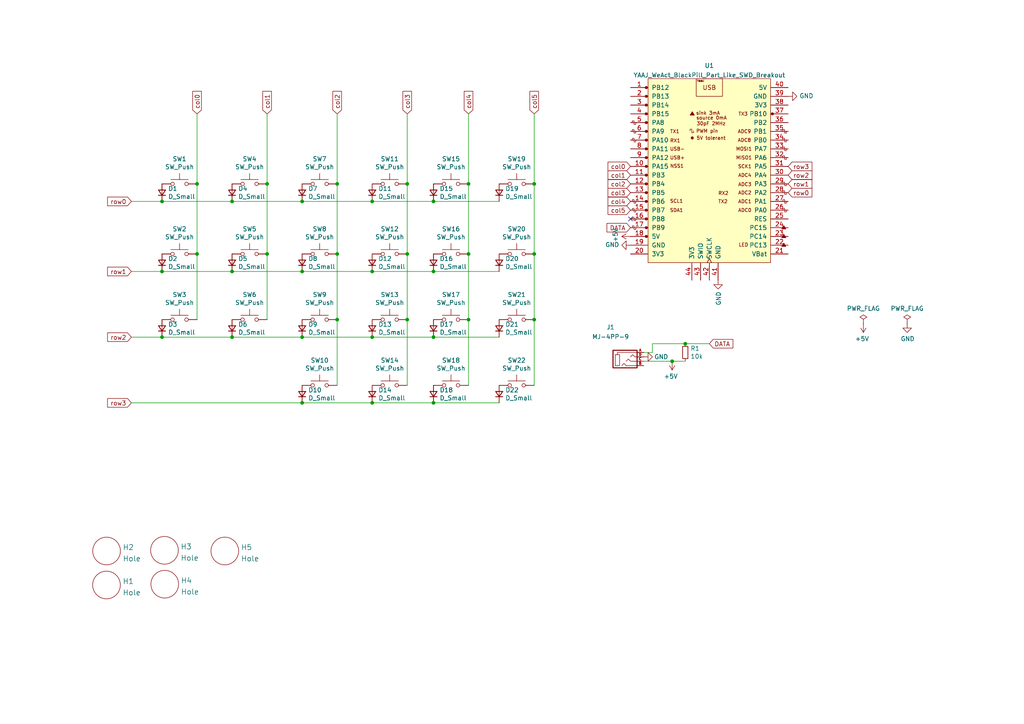
<source format=kicad_sch>
(kicad_sch (version 20210621) (generator eeschema)
  (paper "A4")
  (lib_symbols
    (symbol "Device:D_Small" (pin_numbers hide) (pin_names (offset 0.254) hide)
      (property "Reference" "D" (at -1.27 2.032 0))
      (property "Value" "Device_D_Small" (at -3.81 -2.032 0))
      (symbol "D_Small_0_1"
        (polyline (pts (xy -0.762 -1.016) (xy -0.762 1.016)) (stroke (width 0.254)))
        (polyline (pts (xy -0.762 0) (xy 0.762 0)))
        (polyline (pts (xy 0.762 -1.016) (xy -0.762 0) (xy 0.762 1.016) (xy 0.762 -1.016)) (stroke (width 0.254)))
      )
      (symbol "D_Small_1_1"
        (pin passive line (at -2.54 0 0) (length 1.778) (name "K") (number "1"))
        (pin passive line (at 2.54 0 180) (length 1.778) (name "A") (number "2"))
      )
    )
    (symbol "Device:R_Small" (pin_numbers hide) (pin_names (offset 0.254) hide)
      (property "Reference" "R" (at 0.762 0.508 0))
      (property "Value" "Device_R_Small" (at 0.762 -1.016 0))
      (symbol "R_Small_0_1"
        (rectangle (start -0.762 1.778) (end 0.762 -1.778) (stroke (width 0.2032)))
      )
      (symbol "R_Small_1_1"
        (pin passive line (at 0 2.54 270) (length 0.762) (name "~") (number "1"))
        (pin passive line (at 0 -2.54 90) (length 0.762) (name "~") (number "2"))
      )
    )
    (symbol "Switch:SW_Push" (pin_numbers hide) (pin_names (offset 1.016) hide)
      (property "Reference" "SW" (at 1.27 2.54 0))
      (property "Value" "Switch_SW_Push" (at 0 -1.524 0))
      (symbol "SW_Push_0_1"
        (circle (center -2.032 0) (radius 0.508))
        (polyline (pts (xy 0 1.27) (xy 0 3.048)))
        (polyline (pts (xy 2.54 1.27) (xy -2.54 1.27)))
        (circle (center 2.032 0) (radius 0.508))
        (pin passive line (at -5.08 0 0) (length 2.54) (name "1") (number "1"))
        (pin passive line (at 5.08 0 180) (length 2.54) (name "2") (number "2"))
      )
    )
    (symbol "YAAJ_WeAct_BlackPill_Part_Like_SWD_Breakout:YAAJ_WeAct_BlackPill_Part_Like_SWD_Breakout" (pin_names (offset 1.016))
      (property "Reference" "U" (at -17.526 27.94 0))
      (property "Value" "YAAJ_WeAct_BlackPill_Part_Like_SWD_Breakout" (at 9.144 27.94 0))
      (symbol "YAAJ_WeAct_BlackPill_Part_Like_SWD_Breakout_0_0"
        (circle (center -18.288 -20.32) (radius 0.3556) (fill (type outline)))
        (circle (center -18.288 -17.78) (radius 0.3556) (fill (type outline)))
        (circle (center -18.288 -15.24) (radius 0.3556) (fill (type outline)))
        (circle (center -18.288 -12.7) (radius 0.3556) (fill (type outline)))
        (circle (center -18.288 -10.16) (radius 0.3556) (fill (type outline)))
        (circle (center -18.288 -7.62) (radius 0.3556) (fill (type outline)))
        (circle (center -18.288 -5.08) (radius 0.3556) (fill (type outline)))
        (circle (center -18.288 -2.54) (radius 0.3556) (fill (type outline)))
        (circle (center -18.288 0) (radius 0.3556) (fill (type outline)))
        (circle (center -18.288 2.54) (radius 0.3556) (fill (type outline)))
        (circle (center -18.288 5.08) (radius 0.3556) (fill (type outline)))
        (circle (center -18.288 7.62) (radius 0.3556) (fill (type outline)))
        (circle (center -18.288 10.16) (radius 0.3556) (fill (type outline)))
        (circle (center -18.288 12.7) (radius 0.3556) (fill (type outline)))
        (circle (center -18.288 15.24) (radius 0.3556) (fill (type outline)))
        (circle (center -18.288 17.78) (radius 0.3556) (fill (type outline)))
        (circle (center -18.288 22.86) (radius 0.3556) (fill (type outline)))
        (circle (center -4.953 8.255) (radius 0.127) (fill (type outline)))
        (circle (center -4.953 8.255) (radius 0.254))
        (circle (center -4.953 8.255) (radius 0.3556))
        (polyline (pts (xy -5.588 14.859) (xy -4.953 15.875) (xy -4.318 14.859) (xy -5.588 14.859) (xy -4.953 15.748) (xy -4.445 14.859) (xy -5.461 14.986) (xy -4.953 15.621) (xy -4.572 14.859) (xy -5.334 15.113) (xy -4.826 15.494) (xy -4.699 14.859) (xy -5.207 15.24) (xy -4.699 15.367) (xy -4.826 14.986) (xy -5.08 15.24) (xy -4.826 15.113) (xy -4.953 15.367)))
        (polyline (pts (xy 20.955 -23.241) (xy 21.59 -22.225) (xy 22.225 -23.241) (xy 20.955 -23.241) (xy 21.59 -22.352) (xy 22.098 -23.241) (xy 21.082 -23.114) (xy 21.59 -22.479) (xy 21.971 -23.241) (xy 21.209 -22.987) (xy 21.717 -22.606) (xy 21.844 -23.241) (xy 21.336 -22.86) (xy 21.844 -22.733) (xy 21.717 -23.114) (xy 21.463 -22.86) (xy 21.717 -22.987) (xy 21.59 -22.733)))
        (polyline (pts (xy 20.955 -20.701) (xy 21.59 -19.685) (xy 22.225 -20.701) (xy 20.955 -20.701) (xy 21.59 -19.812) (xy 22.098 -20.701) (xy 21.082 -20.574) (xy 21.59 -19.939) (xy 21.971 -20.701) (xy 21.209 -20.447) (xy 21.717 -20.066) (xy 21.844 -20.701) (xy 21.336 -20.32) (xy 21.844 -20.193) (xy 21.717 -20.574) (xy 21.463 -20.32) (xy 21.717 -20.447) (xy 21.59 -20.193)))
        (polyline (pts (xy 20.955 -18.161) (xy 21.59 -17.145) (xy 22.225 -18.161) (xy 20.955 -18.161) (xy 21.59 -17.272) (xy 22.098 -18.161) (xy 21.082 -18.034) (xy 21.59 -17.399) (xy 21.971 -18.161) (xy 21.209 -17.907) (xy 21.717 -17.526) (xy 21.844 -18.161) (xy 21.336 -17.78) (xy 21.844 -17.653) (xy 21.717 -18.034) (xy 21.463 -17.78) (xy 21.717 -17.907) (xy 21.59 -17.653)))
        (circle (center 18.288 15.24) (radius 0.254) (fill (type outline)))
        (circle (center 18.288 15.24) (radius 0.3556))
        (text "30pF 2MHz" (at 0.508 12.446 0) (effects (font (size 0.9906 0.9906))))
        (text "5V tolerant" (at 0.508 8.255 0) (effects (font (size 0.9906 0.9906))))
        (text "ADC0" (at 10.287 -12.7 0) (effects (font (size 0.9906 0.9906))))
        (text "ADC1" (at 10.287 -10.16 0) (effects (font (size 0.9906 0.9906))))
        (text "ADC2" (at 10.287 -7.62 0) (effects (font (size 0.9906 0.9906))))
        (text "ADC3" (at 10.287 -5.207 0) (effects (font (size 0.9906 0.9906))))
        (text "ADC4" (at 10.287 -2.54 0) (effects (font (size 0.9906 0.9906))))
        (text "ADC8" (at 10.16 7.62 0) (effects (font (size 0.9906 0.9906))))
        (text "ADC9" (at 10.16 10.16 0) (effects (font (size 0.9906 0.9906))))
        (text "LED" (at 9.906 -22.733 0) (effects (font (size 0.9906 0.9906))))
        (text "MISO1" (at 10.033 2.54 0) (effects (font (size 0.9906 0.9906))))
        (text "MOSI1" (at 10.033 5.08 0) (effects (font (size 0.9906 0.9906))))
        (text "NSS1" (at -9.398 0.127 0) (effects (font (size 0.9906 0.9906))))
        (text "PWM pin" (at -0.635 10.287 0) (effects (font (size 0.9906 0.9906))))
        (text "RX1" (at -9.906 7.493 0) (effects (font (size 0.9906 0.9906))))
        (text "RX2" (at 4.064 -7.747 0) (effects (font (size 0.9906 0.9906))))
        (text "SCK1" (at 10.287 0 0) (effects (font (size 0.9906 0.9906))))
        (text "SCL1" (at -9.525 -10.033 0) (effects (font (size 0.9906 0.9906))))
        (text "SDA1" (at -9.525 -12.7 0) (effects (font (size 0.9906 0.9906))))
        (text "sink 3mA" (at -0.381 15.494 0) (effects (font (size 0.9906 0.9906))))
        (text "source 0mA" (at 0.635 14.097 0) (effects (font (size 0.9906 0.9906))))
        (text "TX1" (at -10.033 10.16 0) (effects (font (size 0.9906 0.9906))))
        (text "TX2" (at 3.937 -10.16 0) (effects (font (size 0.9906 0.9906))))
        (text "TX3" (at 9.779 15.24 0) (effects (font (size 0.9906 0.9906))))
        (text "USB" (at 0 22.86 0) (effects (font (size 1.27 1.27))))
        (text "USB+" (at -9.271 2.54 0) (effects (font (size 0.9906 0.9906))))
        (text "USB-" (at -9.271 5.08 0) (effects (font (size 0.9906 0.9906))))
        (text "Y@@J" (at -2.5654 24.8412 0) (effects (font (size 0.508 0.508))))
      )
      (symbol "YAAJ_WeAct_BlackPill_Part_Like_SWD_Breakout_0_1"
        (rectangle (start -17.78 25.4) (end 17.78 -27.94) (fill (type background)))
        (polyline (pts (xy -21.336 -17.78) (xy -21.336 -18.288) (xy -21.844 -18.288) (xy -21.844 -17.272) (xy -22.352 -17.272) (xy -22.352 -17.78)))
        (polyline (pts (xy -21.336 -15.24) (xy -21.336 -15.748) (xy -21.844 -15.748) (xy -21.844 -14.732) (xy -22.352 -14.732) (xy -22.352 -15.24)))
        (polyline (pts (xy -21.336 -12.7) (xy -21.336 -13.208) (xy -21.844 -13.208) (xy -21.844 -12.192) (xy -22.352 -12.192) (xy -22.352 -12.7)))
        (polyline (pts (xy -21.336 -10.16) (xy -21.336 -10.668) (xy -21.844 -10.668) (xy -21.844 -9.652) (xy -22.352 -9.652) (xy -22.352 -10.16)))
        (polyline (pts (xy -21.336 7.62) (xy -21.336 7.112) (xy -21.844 7.112) (xy -21.844 8.128) (xy -22.352 8.128) (xy -22.352 7.62)))
        (polyline (pts (xy -21.336 10.16) (xy -21.336 9.652) (xy -21.844 9.652) (xy -21.844 10.668) (xy -22.352 10.668) (xy -22.352 10.16)))
        (polyline (pts (xy -21.336 12.7) (xy -21.336 12.192) (xy -21.844 12.192) (xy -21.844 13.208) (xy -22.352 13.208) (xy -22.352 12.7)))
        (polyline (pts (xy -4.572 10.287) (xy -4.572 9.779) (xy -5.08 9.779) (xy -5.08 10.795) (xy -5.588 10.795) (xy -5.588 10.287)))
        (polyline (pts (xy 22.352 -12.7) (xy 22.352 -13.208) (xy 21.844 -13.208) (xy 21.844 -12.192) (xy 21.336 -12.192) (xy 21.336 -12.7)))
        (polyline (pts (xy 22.352 -10.16) (xy 22.352 -10.668) (xy 21.844 -10.668) (xy 21.844 -9.652) (xy 21.336 -9.652) (xy 21.336 -10.16)))
        (polyline (pts (xy 22.352 -7.62) (xy 22.352 -8.128) (xy 21.844 -8.128) (xy 21.844 -7.112) (xy 21.336 -7.112) (xy 21.336 -7.62)))
        (polyline (pts (xy 22.352 -5.08) (xy 22.352 -5.588) (xy 21.844 -5.588) (xy 21.844 -4.572) (xy 21.336 -4.572) (xy 21.336 -5.08)))
        (polyline (pts (xy 22.352 2.54) (xy 22.352 2.032) (xy 21.844 2.032) (xy 21.844 3.048) (xy 21.336 3.048) (xy 21.336 2.54)))
        (polyline (pts (xy 22.352 5.08) (xy 22.352 4.572) (xy 21.844 4.572) (xy 21.844 5.588) (xy 21.336 5.588) (xy 21.336 5.08)))
        (polyline (pts (xy 22.352 7.62) (xy 22.352 7.112) (xy 21.844 7.112) (xy 21.844 8.128) (xy 21.336 8.128) (xy 21.336 7.62)))
        (polyline (pts (xy 22.352 10.16) (xy 22.352 9.652) (xy 21.844 9.652) (xy 21.844 10.668) (xy 21.336 10.668) (xy 21.336 10.16)))
        (rectangle (start 3.81 25.4) (end -3.81 20.32))
      )
      (symbol "YAAJ_WeAct_BlackPill_Part_Like_SWD_Breakout_1_1"
        (circle (center -18.288 20.32) (radius 0.3556) (fill (type outline)))
        (pin bidirectional line (at -22.86 22.86 0) (length 5.08) (name "PB12") (number "1"))
        (pin bidirectional line (at -22.86 0 0) (length 5.08) (name "PA15") (number "10"))
        (pin bidirectional line (at -22.86 -2.54 0) (length 5.08) (name "PB3") (number "11"))
        (pin bidirectional line (at -22.86 -5.08 0) (length 5.08) (name "PB4") (number "12"))
        (pin bidirectional line (at -22.86 -7.62 0) (length 5.08) (name "PB5") (number "13"))
        (pin bidirectional line (at -22.86 -10.16 0) (length 5.08) (name "PB6") (number "14"))
        (pin bidirectional line (at -22.86 -12.7 0) (length 5.08) (name "PB7") (number "15"))
        (pin bidirectional line (at -22.86 -15.24 0) (length 5.08) (name "PB8") (number "16"))
        (pin bidirectional line (at -22.86 -17.78 0) (length 5.08) (name "PB9") (number "17"))
        (pin power_in line (at -22.86 -20.32 0) (length 5.08) (name "5V") (number "18"))
        (pin power_in line (at -22.86 -22.86 0) (length 5.08) (name "GND") (number "19"))
        (pin bidirectional line (at -22.86 20.32 0) (length 5.08) (name "PB13") (number "2"))
        (pin power_in line (at -22.86 -25.4 0) (length 5.08) (name "3V3") (number "20"))
        (pin power_in line (at 22.86 -25.4 180) (length 5.08) (name "VBat") (number "21"))
        (pin bidirectional line (at 22.86 -22.86 180) (length 5.08) (name "PC13") (number "22"))
        (pin bidirectional line (at 22.86 -20.32 180) (length 5.08) (name "PC14") (number "23"))
        (pin bidirectional line (at 22.86 -17.78 180) (length 5.08) (name "PC15") (number "24"))
        (pin input line (at 22.86 -15.24 180) (length 5.08) (name "RES") (number "25"))
        (pin bidirectional line (at 22.86 -12.7 180) (length 5.08) (name "PA0") (number "26"))
        (pin bidirectional line (at 22.86 -10.16 180) (length 5.08) (name "PA1") (number "27"))
        (pin bidirectional line (at 22.86 -7.62 180) (length 5.08) (name "PA2") (number "28"))
        (pin bidirectional line (at 22.86 -5.08 180) (length 5.08) (name "PA3") (number "29"))
        (pin bidirectional line (at -22.86 17.78 0) (length 5.08) (name "PB14") (number "3"))
        (pin bidirectional line (at 22.86 -2.54 180) (length 5.08) (name "PA4") (number "30"))
        (pin bidirectional line (at 22.86 0 180) (length 5.08) (name "PA5") (number "31"))
        (pin bidirectional line (at 22.86 2.54 180) (length 5.08) (name "PA6") (number "32"))
        (pin bidirectional line (at 22.86 5.08 180) (length 5.08) (name "PA7") (number "33"))
        (pin bidirectional line (at 22.86 7.62 180) (length 5.08) (name "PB0") (number "34"))
        (pin bidirectional line (at 22.86 10.16 180) (length 5.08) (name "PB1") (number "35"))
        (pin bidirectional line (at 22.86 12.7 180) (length 5.08) (name "PB2") (number "36"))
        (pin bidirectional line (at 22.86 15.24 180) (length 5.08) (name "PB10") (number "37"))
        (pin power_in line (at 22.86 17.78 180) (length 5.08) (name "3V3") (number "38"))
        (pin power_in line (at 22.86 20.32 180) (length 5.08) (name "GND") (number "39"))
        (pin bidirectional line (at -22.86 15.24 0) (length 5.08) (name "PB15") (number "4"))
        (pin power_in line (at 22.86 22.86 180) (length 5.08) (name "5V") (number "40"))
        (pin power_in line (at 2.54 -33.02 90) (length 5.08) (name "GND") (number "41"))
        (pin bidirectional clock (at 0 -33.02 90) (length 5.08) (name "SWCLK") (number "42"))
        (pin bidirectional line (at -2.54 -33.02 90) (length 5.08) (name "SWIO") (number "43"))
        (pin power_in line (at -5.08 -33.02 90) (length 5.08) (name "3V3") (number "44"))
        (pin bidirectional line (at -22.86 12.7 0) (length 5.08) (name "PA8") (number "5"))
        (pin bidirectional line (at -22.86 10.16 0) (length 5.08) (name "PA9") (number "6"))
        (pin bidirectional line (at -22.86 7.62 0) (length 5.08) (name "PA10") (number "7"))
        (pin bidirectional line (at -22.86 5.08 0) (length 5.08) (name "PA11") (number "8"))
        (pin bidirectional line (at -22.86 2.54 0) (length 5.08) (name "PA12") (number "9"))
      )
    )
    (symbol "kbd:MJ-4PP-9" (pin_names (offset 1.016))
      (property "Reference" "J" (at 0 3.81 0))
      (property "Value" "MJ-4PP-9" (at 0 -3.81 0))
      (symbol "MJ-4PP-9_0_1"
        (rectangle (start -1.905 -1.905) (end -3.175 1.27))
        (polyline (pts (xy -2.54 1.27) (xy -2.54 1.905) (xy 3.175 1.905)))
        (polyline (pts (xy -1.27 -1.905) (xy -0.635 -1.27) (xy 0 -1.905) (xy 3.175 -1.905)))
        (polyline (pts (xy 0 -0.635) (xy 0.635 0) (xy 1.27 -0.635) (xy 3.175 -0.635)))
        (polyline (pts (xy 1.27 0.635) (xy 1.905 1.27) (xy 2.54 0.635) (xy 3.175 0.635)))
        (rectangle (start 3.175 2.54) (end -3.81 -2.54) (stroke (width 0.3048)))
      )
      (symbol "MJ-4PP-9_1_1"
        (pin input line (at 5.08 1.905 180) (length 2.0066) (name "~") (number "A"))
        (pin input line (at 5.08 -1.905 180) (length 2.0066) (name "~") (number "B"))
        (pin input line (at 5.08 -0.635 180) (length 2.0066) (name "~") (number "C"))
        (pin input line (at 5.08 0.635 180) (length 2.0066) (name "~") (number "D"))
      )
    )
    (symbol "keebio:Hole" (pin_names (offset 1.016))
      (property "Reference" "H" (at 0 -1.27 0))
      (property "Value" "Hole" (at 0 1.27 0))
      (symbol "Hole_0_1"
        (circle (center 0 0) (radius 4.0132))
      )
    )
    (symbol "power:+5V" (power) (pin_names (offset 0))
      (property "Value" "power_+5V" (at 0 3.556 0))
      (symbol "+5V_0_1"
        (polyline (pts (xy -0.762 1.27) (xy 0 2.54)))
        (polyline (pts (xy 0 0) (xy 0 2.54)))
        (polyline (pts (xy 0 2.54) (xy 0.762 1.27)))
      )
      (symbol "+5V_1_1"
        (pin power_in line (at 0 0 90) (length 0) hide (name "+5V") (number "1"))
      )
    )
    (symbol "power:GND" (power) (pin_names (offset 0))
      (property "Value" "power_GND" (at 0 -3.81 0))
      (symbol "GND_0_1"
        (polyline (pts (xy 0 0) (xy 0 -1.27) (xy 1.27 -1.27) (xy 0 -2.54) (xy -1.27 -1.27) (xy 0 -1.27)))
      )
      (symbol "GND_1_1"
        (pin power_in line (at 0 0 270) (length 0) hide (name "GND") (number "1"))
      )
    )
    (symbol "power:PWR_FLAG" (power) (pin_numbers hide) (pin_names (offset 0) hide)
      (property "Value" "power_PWR_FLAG" (at 0 3.81 0))
      (symbol "PWR_FLAG_0_0"
        (pin power_out line (at 0 0 90) (length 0) (name "pwr") (number "1"))
      )
      (symbol "PWR_FLAG_0_1"
        (polyline (pts (xy 0 0) (xy 0 1.27) (xy -1.016 1.905) (xy 0 2.54) (xy 1.016 1.905) (xy 0 1.27)))
      )
    )
  )
  (junction (at 87.63 116.84))
  (junction (at 67.31 78.74))
  (junction (at 77.47 53.34))
  (junction (at 107.95 58.42))
  (junction (at 125.73 58.42))
  (junction (at 46.99 78.74))
  (junction (at 135.89 92.71))
  (junction (at 97.79 92.71))
  (junction (at 57.15 53.34))
  (junction (at 125.73 97.79))
  (junction (at 107.95 78.74))
  (junction (at 77.47 73.66))
  (junction (at 46.99 97.79))
  (junction (at 194.945 104.775))
  (junction (at 135.89 53.34))
  (junction (at 97.79 53.34))
  (junction (at 67.31 58.42))
  (junction (at 125.73 78.74))
  (junction (at 87.63 58.42))
  (junction (at 87.63 97.79))
  (junction (at 107.95 97.79))
  (junction (at 125.73 116.84))
  (junction (at 198.755 99.695))
  (junction (at 154.94 92.71))
  (junction (at 57.15 73.66))
  (junction (at 97.79 73.66))
  (junction (at 154.94 53.34))
  (junction (at 154.94 73.66))
  (junction (at 67.31 97.79))
  (junction (at 118.11 92.71))
  (junction (at 107.95 116.84))
  (junction (at 46.99 58.42))
  (junction (at 118.11 53.34))
  (junction (at 87.63 78.74))
  (junction (at 135.89 73.66))
  (junction (at 118.11 73.66))
  (no_connect (at 182.88 63.5))
  (wire (pts (xy 57.15 53.34) (xy 57.15 73.66)))
  (wire (pts (xy 87.63 97.79) (xy 67.31 97.79)))
  (wire (pts (xy 77.47 73.66) (xy 77.47 92.71)))
  (wire (pts (xy 67.31 58.42) (xy 46.99 58.42)))
  (wire (pts (xy 135.89 33.02) (xy 135.89 53.34)))
  (wire (pts (xy 77.47 33.02) (xy 77.47 53.34)))
  (wire (pts (xy 97.79 92.71) (xy 97.79 73.66)))
  (wire (pts (xy 107.95 78.74) (xy 87.63 78.74)))
  (wire (pts (xy 97.79 33.02) (xy 97.79 53.34)))
  (wire (pts (xy 118.11 33.02) (xy 118.11 53.34)))
  (wire (pts (xy 57.15 73.66) (xy 57.15 92.71)))
  (wire (pts (xy 144.78 58.42) (xy 125.73 58.42)))
  (wire (pts (xy 144.78 97.79) (xy 125.73 97.79)))
  (wire (pts (xy 135.89 92.71) (xy 135.89 111.76)))
  (wire (pts (xy 87.63 116.84) (xy 38.1 116.84)))
  (wire (pts (xy 107.95 97.79) (xy 87.63 97.79)))
  (wire (pts (xy 118.11 73.66) (xy 118.11 53.34)))
  (wire (pts (xy 189.23 102.235) (xy 189.23 99.695)))
  (wire (pts (xy 186.69 102.235) (xy 189.23 102.235)))
  (wire (pts (xy 189.23 99.695) (xy 198.755 99.695)))
  (wire (pts (xy 118.11 92.71) (xy 118.11 73.66)))
  (wire (pts (xy 118.11 92.71) (xy 118.11 111.76)))
  (wire (pts (xy 107.95 116.84) (xy 87.63 116.84)))
  (wire (pts (xy 144.78 78.74) (xy 125.73 78.74)))
  (wire (pts (xy 125.73 97.79) (xy 107.95 97.79)))
  (wire (pts (xy 144.78 116.84) (xy 125.73 116.84)))
  (wire (pts (xy 46.99 97.79) (xy 67.31 97.79)))
  (wire (pts (xy 107.95 58.42) (xy 87.63 58.42)))
  (wire (pts (xy 46.99 97.79) (xy 38.1 97.79)))
  (wire (pts (xy 186.69 104.775) (xy 194.945 104.775)))
  (wire (pts (xy 194.945 104.775) (xy 198.755 104.775)))
  (wire (pts (xy 198.755 99.695) (xy 205.74 99.695)))
  (wire (pts (xy 125.73 78.74) (xy 107.95 78.74)))
  (wire (pts (xy 38.1 58.42) (xy 46.99 58.42)))
  (wire (pts (xy 154.94 73.66) (xy 154.94 92.71)))
  (wire (pts (xy 154.94 92.71) (xy 154.94 111.76)))
  (wire (pts (xy 154.94 53.34) (xy 154.94 73.66)))
  (wire (pts (xy 154.94 33.02) (xy 154.94 53.34)))
  (wire (pts (xy 46.99 78.74) (xy 38.1 78.74)))
  (wire (pts (xy 125.73 58.42) (xy 107.95 58.42)))
  (wire (pts (xy 97.79 73.66) (xy 97.79 53.34)))
  (wire (pts (xy 97.79 92.71) (xy 97.79 111.76)))
  (wire (pts (xy 135.89 53.34) (xy 135.89 73.66)))
  (wire (pts (xy 87.63 78.74) (xy 67.31 78.74)))
  (wire (pts (xy 57.15 33.02) (xy 57.15 53.34)))
  (wire (pts (xy 77.47 73.66) (xy 77.47 53.34)))
  (wire (pts (xy 87.63 58.42) (xy 67.31 58.42)))
  (wire (pts (xy 67.31 78.74) (xy 46.99 78.74)))
  (wire (pts (xy 135.89 73.66) (xy 135.89 92.71)))
  (wire (pts (xy 125.73 116.84) (xy 107.95 116.84)))
  (global_label "DATA" (shape input) (at 205.74 99.695 0) (property "Intersheet References" "${INTERSHEET_REFS}" (effects hide)))
  (global_label "row0" (shape input) (at 38.1 58.42 180) (property "Intersheet References" "${INTERSHEET_REFS}" (effects hide)))
  (global_label "col3" (shape input) (at 118.11 33.02 90) (property "Intersheet References" "${INTERSHEET_REFS}" (effects hide)))
  (global_label "col1" (shape input) (at 77.47 33.02 90) (property "Intersheet References" "${INTERSHEET_REFS}" (effects hide)))
  (global_label "col4" (shape input) (at 182.88 58.42 180) (property "Intersheet References" "${INTERSHEET_REFS}" (effects hide)))
  (global_label "row0" (shape input) (at 228.6 55.88 0) (property "Intersheet References" "${INTERSHEET_REFS}" (effects hide)))
  (global_label "row2" (shape input) (at 38.1 97.79 180) (property "Intersheet References" "${INTERSHEET_REFS}" (effects hide)))
  (global_label "row1" (shape input) (at 228.6 53.34 0) (property "Intersheet References" "${INTERSHEET_REFS}" (effects hide)))
  (global_label "row1" (shape input) (at 38.1 78.74 180) (property "Intersheet References" "${INTERSHEET_REFS}" (effects hide)))
  (global_label "col0" (shape input) (at 57.15 33.02 90) (property "Intersheet References" "${INTERSHEET_REFS}" (effects hide)))
  (global_label "row3" (shape input) (at 228.6 48.26 0) (property "Intersheet References" "${INTERSHEET_REFS}" (effects hide)))
  (global_label "row3" (shape input) (at 38.1 116.84 180) (property "Intersheet References" "${INTERSHEET_REFS}" (effects hide)))
  (global_label "col0" (shape input) (at 182.88 48.26 180) (property "Intersheet References" "${INTERSHEET_REFS}" (effects hide)))
  (global_label "row2" (shape input) (at 228.6 50.8 0) (property "Intersheet References" "${INTERSHEET_REFS}" (effects hide)))
  (global_label "col4" (shape input) (at 135.89 33.02 90) (property "Intersheet References" "${INTERSHEET_REFS}" (effects hide)))
  (global_label "col5" (shape input) (at 182.88 60.96 180) (property "Intersheet References" "${INTERSHEET_REFS}" (effects hide)))
  (global_label "col1" (shape input) (at 182.88 50.8 180) (property "Intersheet References" "${INTERSHEET_REFS}" (effects hide)))
  (global_label "col5" (shape input) (at 154.94 33.02 90) (property "Intersheet References" "${INTERSHEET_REFS}" (effects hide)))
  (global_label "DATA" (shape input) (at 182.88 66.04 180) (property "Intersheet References" "${INTERSHEET_REFS}" (effects hide)))
  (global_label "col3" (shape input) (at 182.88 55.88 180) (property "Intersheet References" "${INTERSHEET_REFS}" (effects hide)))
  (global_label "col2" (shape input) (at 97.79 33.02 90) (property "Intersheet References" "${INTERSHEET_REFS}" (effects hide)))
  (global_label "col2" (shape input) (at 182.88 53.34 180) (property "Intersheet References" "${INTERSHEET_REFS}" (effects hide)))
  (symbol (lib_id "power:PWR_FLAG") (at 250.4186 93.8784 0) (unit 1)
    (property "Reference" "#FLG01" (effects hide))
    (property "Value" "PWR_FLAG" (at 250.4186 89.4842 0))
  )
  (symbol (lib_id "power:PWR_FLAG") (at 263.1186 93.8784 0) (unit 1)
    (property "Reference" "#FLG02" (effects hide))
    (property "Value" "PWR_FLAG" (at 263.1186 89.4842 0))
  )
  (symbol (lib_id "power:GND") (at 263.1186 93.8784 0) (unit 1)
    (property "Reference" "#PWR08" (effects hide))
    (property "Value" "GND" (at 263.2456 98.2726 0))
  )
  (symbol (lib_id "Switch:SW_Push") (at 92.71 111.76 0) (unit 1)
    (property "Reference" "SW10" (at 92.71 104.521 0))
    (property "Value" "SW_Push" (at 92.71 106.8324 0))
    (property "Footprint" "MX_Only:MXOnly-1U-NoLED" (effects hide))
  )
  (symbol (lib_id "Switch:SW_Push") (at 113.03 111.76 0) (unit 1)
    (property "Reference" "SW14" (at 113.03 104.521 0))
    (property "Value" "SW_Push" (at 113.03 106.8324 0))
    (property "Footprint" "MX_Only:MXOnly-1U-NoLED" (effects hide))
  )
  (symbol (lib_id "Switch:SW_Push") (at 130.81 111.76 0) (unit 1)
    (property "Reference" "SW18" (at 130.81 104.521 0))
    (property "Value" "SW_Push" (at 130.81 106.8324 0))
    (property "Footprint" "MX_Only:MXOnly-1U-NoLED" (effects hide))
  )
  (symbol (lib_id "Switch:SW_Push") (at 149.86 111.76 0) (unit 1)
    (property "Reference" "SW22" (at 149.86 104.521 0))
    (property "Value" "SW_Push" (at 149.86 106.8324 0))
    (property "Footprint" "MX_Only:MXOnly-1U-NoLED" (effects hide))
  )
  (symbol (lib_id "Switch:SW_Push") (at 52.07 53.34 0) (unit 1)
    (property "Reference" "SW1" (at 52.07 46.101 0))
    (property "Value" "SW_Push" (at 52.07 48.4124 0))
    (property "Footprint" "MX_Only:MXOnly-1U-NoLED" (effects hide))
  )
  (symbol (lib_id "Device:D_Small") (at 46.99 55.88 90) (unit 1)
    (property "Reference" "D1" (at 48.768 54.7116 90) (effects (justify right)))
    (property "Value" "D_Small" (at 48.768 57.023 90) (effects (justify right)))
    (property "Footprint" "acheron_Components:D_THT_7.62mm_copy" (effects hide))
  )
  (symbol (lib_id "Switch:SW_Push") (at 72.39 53.34 0) (unit 1)
    (property "Reference" "SW4" (at 72.39 46.101 0))
    (property "Value" "SW_Push" (at 72.39 48.4124 0))
    (property "Footprint" "MX_Only:MXOnly-1U-NoLED" (effects hide))
  )
  (symbol (lib_id "Device:D_Small") (at 67.31 55.88 90) (unit 1)
    (property "Reference" "D4" (at 69.088 54.7116 90) (effects (justify right)))
    (property "Value" "D_Small" (at 69.088 57.023 90) (effects (justify right)))
    (property "Footprint" "acheron_Components:D_THT_7.62mm_copy" (effects hide))
  )
  (symbol (lib_id "Switch:SW_Push") (at 92.71 53.34 0) (unit 1)
    (property "Reference" "SW7" (at 92.71 46.101 0))
    (property "Value" "SW_Push" (at 92.71 48.4124 0))
    (property "Footprint" "mx_only:MXOnly-1U-NoLED" (effects hide))
  )
  (symbol (lib_id "Device:D_Small") (at 87.63 55.88 90) (unit 1)
    (property "Reference" "D7" (at 89.408 54.7116 90) (effects (justify right)))
    (property "Value" "D_Small" (at 89.408 57.023 90) (effects (justify right)))
    (property "Footprint" "acheron_Components:D_THT_7.62mm_copy" (effects hide))
  )
  (symbol (lib_id "Switch:SW_Push") (at 113.03 53.34 0) (unit 1)
    (property "Reference" "SW11" (at 113.03 46.101 0))
    (property "Value" "SW_Push" (at 113.03 48.4124 0))
    (property "Footprint" "mx_only:MXOnly-1U-NoLED" (effects hide))
  )
  (symbol (lib_id "Device:D_Small") (at 107.95 55.88 90) (unit 1)
    (property "Reference" "D11" (at 109.728 54.7116 90) (effects (justify right)))
    (property "Value" "D_Small" (at 109.728 57.023 90) (effects (justify right)))
    (property "Footprint" "acheron_Components:D_THT_7.62mm_copy" (effects hide))
  )
  (symbol (lib_id "Switch:SW_Push") (at 130.81 53.34 0) (unit 1)
    (property "Reference" "SW15" (at 130.81 46.101 0))
    (property "Value" "SW_Push" (at 130.81 48.4124 0))
    (property "Footprint" "MX_Only:MXOnly-1U-NoLED" (effects hide))
  )
  (symbol (lib_id "Device:D_Small") (at 125.73 55.88 90) (unit 1)
    (property "Reference" "D15" (at 127.508 54.7116 90) (effects (justify right)))
    (property "Value" "D_Small" (at 127.508 57.023 90) (effects (justify right)))
    (property "Footprint" "acheron_Components:D_THT_7.62mm_copy" (effects hide))
  )
  (symbol (lib_id "Switch:SW_Push") (at 52.07 73.66 0) (unit 1)
    (property "Reference" "SW2" (at 52.07 66.421 0))
    (property "Value" "SW_Push" (at 52.07 68.7324 0))
    (property "Footprint" "MX_Only:MXOnly-1U-NoLED" (effects hide))
  )
  (symbol (lib_id "Device:D_Small") (at 46.99 76.2 90) (unit 1)
    (property "Reference" "D2" (at 48.768 75.0316 90) (effects (justify right)))
    (property "Value" "D_Small" (at 48.768 77.343 90) (effects (justify right)))
    (property "Footprint" "acheron_Components:D_THT_7.62mm_copy" (effects hide))
  )
  (symbol (lib_id "Switch:SW_Push") (at 72.39 73.66 0) (unit 1)
    (property "Reference" "SW5" (at 72.39 66.421 0))
    (property "Value" "SW_Push" (at 72.39 68.7324 0))
    (property "Footprint" "MX_Only:MXOnly-1U-NoLED" (effects hide))
  )
  (symbol (lib_id "Device:D_Small") (at 67.31 76.2 90) (unit 1)
    (property "Reference" "D5" (at 69.088 75.0316 90) (effects (justify right)))
    (property "Value" "D_Small" (at 69.088 77.343 90) (effects (justify right)))
    (property "Footprint" "acheron_Components:D_THT_7.62mm_copy" (effects hide))
  )
  (symbol (lib_id "Switch:SW_Push") (at 92.71 73.66 0) (unit 1)
    (property "Reference" "SW8" (at 92.71 66.421 0))
    (property "Value" "SW_Push" (at 92.71 68.7324 0))
    (property "Footprint" "mx_only:MXOnly-1U-NoLED" (effects hide))
  )
  (symbol (lib_id "Device:D_Small") (at 87.63 76.2 90) (unit 1)
    (property "Reference" "D8" (at 89.408 75.0316 90) (effects (justify right)))
    (property "Value" "D_Small" (at 89.408 77.343 90) (effects (justify right)))
    (property "Footprint" "acheron_Components:D_THT_7.62mm_copy" (effects hide))
  )
  (symbol (lib_id "Switch:SW_Push") (at 113.03 73.66 0) (unit 1)
    (property "Reference" "SW12" (at 113.03 66.421 0))
    (property "Value" "SW_Push" (at 113.03 68.7324 0))
    (property "Footprint" "MX_Only:MXOnly-1U-NoLED" (effects hide))
  )
  (symbol (lib_id "Device:D_Small") (at 107.95 76.2 90) (unit 1)
    (property "Reference" "D12" (at 109.728 75.0316 90) (effects (justify right)))
    (property "Value" "D_Small" (at 109.728 77.343 90) (effects (justify right)))
    (property "Footprint" "acheron_Components:D_THT_7.62mm_copy" (effects hide))
  )
  (symbol (lib_id "Switch:SW_Push") (at 130.81 73.66 0) (unit 1)
    (property "Reference" "SW16" (at 130.81 66.421 0))
    (property "Value" "SW_Push" (at 130.81 68.7324 0))
    (property "Footprint" "MX_Only:MXOnly-1U-NoLED" (effects hide))
  )
  (symbol (lib_id "Device:D_Small") (at 125.73 76.2 90) (unit 1)
    (property "Reference" "D16" (at 127.508 75.0316 90) (effects (justify right)))
    (property "Value" "D_Small" (at 127.508 77.343 90) (effects (justify right)))
    (property "Footprint" "acheron_Components:D_THT_7.62mm_copy" (effects hide))
  )
  (symbol (lib_id "Switch:SW_Push") (at 149.86 73.66 0) (unit 1)
    (property "Reference" "SW20" (at 149.86 66.421 0))
    (property "Value" "SW_Push" (at 149.86 68.7324 0))
    (property "Footprint" "MX_Only:MXOnly-1U-NoLED" (effects hide))
  )
  (symbol (lib_id "Device:D_Small") (at 144.78 76.2 90) (unit 1)
    (property "Reference" "D20" (at 146.558 75.0316 90) (effects (justify right)))
    (property "Value" "D_Small" (at 146.558 77.343 90) (effects (justify right)))
    (property "Footprint" "acheron_Components:D_THT_7.62mm_copy" (effects hide))
  )
  (symbol (lib_id "Switch:SW_Push") (at 52.07 92.71 0) (unit 1)
    (property "Reference" "SW3" (at 52.07 85.471 0))
    (property "Value" "SW_Push" (at 52.07 87.7824 0))
    (property "Footprint" "MX_Only:MXOnly-1U-NoLED" (effects hide))
  )
  (symbol (lib_id "Device:D_Small") (at 46.99 95.25 90) (unit 1)
    (property "Reference" "D3" (at 48.768 94.0816 90) (effects (justify right)))
    (property "Value" "D_Small" (at 48.768 96.393 90) (effects (justify right)))
    (property "Footprint" "acheron_Components:D_THT_7.62mm_copy" (effects hide))
  )
  (symbol (lib_id "Switch:SW_Push") (at 72.39 92.71 0) (unit 1)
    (property "Reference" "SW6" (at 72.39 85.471 0))
    (property "Value" "SW_Push" (at 72.39 87.7824 0))
    (property "Footprint" "mx_only:MXOnly-1U-NoLED" (effects hide))
  )
  (symbol (lib_id "Device:D_Small") (at 67.31 95.25 90) (unit 1)
    (property "Reference" "D6" (at 69.088 94.0816 90) (effects (justify right)))
    (property "Value" "D_Small" (at 69.088 96.393 90) (effects (justify right)))
    (property "Footprint" "acheron_Components:D_THT_7.62mm_copy" (effects hide))
  )
  (symbol (lib_id "Switch:SW_Push") (at 92.71 92.71 0) (unit 1)
    (property "Reference" "SW9" (at 92.71 85.471 0))
    (property "Value" "SW_Push" (at 92.71 87.7824 0))
    (property "Footprint" "mx_only:MXOnly-1U-NoLED" (effects hide))
  )
  (symbol (lib_id "Device:D_Small") (at 87.63 95.25 90) (unit 1)
    (property "Reference" "D9" (at 89.408 94.0816 90) (effects (justify right)))
    (property "Value" "D_Small" (at 89.408 96.393 90) (effects (justify right)))
    (property "Footprint" "acheron_Components:D_THT_7.62mm_copy" (effects hide))
  )
  (symbol (lib_id "Switch:SW_Push") (at 113.03 92.71 0) (unit 1)
    (property "Reference" "SW13" (at 113.03 85.471 0))
    (property "Value" "SW_Push" (at 113.03 87.7824 0))
    (property "Footprint" "MX_Only:MXOnly-1U-NoLED" (effects hide))
  )
  (symbol (lib_id "Device:D_Small") (at 107.95 95.25 90) (unit 1)
    (property "Reference" "D13" (at 109.728 94.0816 90) (effects (justify right)))
    (property "Value" "D_Small" (at 109.728 96.393 90) (effects (justify right)))
    (property "Footprint" "acheron_Components:D_THT_7.62mm_copy" (effects hide))
  )
  (symbol (lib_id "Switch:SW_Push") (at 130.81 92.71 0) (unit 1)
    (property "Reference" "SW17" (at 130.81 85.471 0))
    (property "Value" "SW_Push" (at 130.81 87.7824 0))
    (property "Footprint" "MX_Only:MXOnly-1U-NoLED" (effects hide))
  )
  (symbol (lib_id "Device:D_Small") (at 125.73 95.25 90) (unit 1)
    (property "Reference" "D17" (at 127.508 94.0816 90) (effects (justify right)))
    (property "Value" "D_Small" (at 127.508 96.393 90) (effects (justify right)))
    (property "Footprint" "acheron_Components:D_THT_7.62mm_copy" (effects hide))
  )
  (symbol (lib_id "Switch:SW_Push") (at 149.86 92.71 0) (unit 1)
    (property "Reference" "SW21" (at 149.86 85.471 0))
    (property "Value" "SW_Push" (at 149.86 87.7824 0))
    (property "Footprint" "MX_Only:MXOnly-1U-NoLED" (effects hide))
  )
  (symbol (lib_id "Device:D_Small") (at 144.78 95.25 90) (unit 1)
    (property "Reference" "D21" (at 146.558 94.0816 90) (effects (justify right)))
    (property "Value" "D_Small" (at 146.558 96.393 90) (effects (justify right)))
    (property "Footprint" "acheron_Components:D_THT_7.62mm_copy" (effects hide))
  )
  (symbol (lib_id "Device:D_Small") (at 87.63 114.3 90) (unit 1)
    (property "Reference" "D10" (at 89.408 113.1316 90) (effects (justify right)))
    (property "Value" "D_Small" (at 89.408 115.443 90) (effects (justify right)))
    (property "Footprint" "acheron_Components:D_THT_7.62mm_copy" (effects hide))
  )
  (symbol (lib_id "Device:D_Small") (at 107.95 114.3 90) (unit 1)
    (property "Reference" "D14" (at 109.728 113.1316 90) (effects (justify right)))
    (property "Value" "D_Small" (at 109.728 115.443 90) (effects (justify right)))
    (property "Footprint" "acheron_Components:D_THT_7.62mm_copy" (effects hide))
  )
  (symbol (lib_id "Device:D_Small") (at 125.73 114.3 90) (unit 1)
    (property "Reference" "D18" (at 127.508 113.1316 90) (effects (justify right)))
    (property "Value" "D_Small" (at 127.508 115.443 90) (effects (justify right)))
    (property "Footprint" "acheron_Components:D_THT_7.62mm_copy" (effects hide))
  )
  (symbol (lib_id "Device:D_Small") (at 144.78 114.3 90) (unit 1)
    (property "Reference" "D22" (at 146.558 113.1316 90) (effects (justify right)))
    (property "Value" "D_Small" (at 146.558 115.443 90) (effects (justify right)))
    (property "Footprint" "acheron_Components:D_THT_7.62mm_copy" (effects hide))
  )
  (symbol (lib_id "keebio:Hole") (at 65.2017 159.8147 0) (unit 1)
    (property "Reference" "H5" (at 69.85 158.75 0) (effects (font (size 1.524 1.524)) (justify left)))
    (property "Value" "Hole" (at 69.85 162.029 0) (effects (font (size 1.524 1.524)) (justify left)))
    (property "Footprint" "used_footprints:M2_HOLE_PCB" (effects hide))
  )
  (symbol (lib_id "keebio:Hole") (at 30.8864 169.672 0) (unit 1)
    (property "Reference" "H1" (at 35.5347 168.6073 0) (effects (font (size 1.524 1.524)) (justify left)))
    (property "Value" "Hole" (at 35.5347 171.8863 0) (effects (font (size 1.524 1.524)) (justify left)))
    (property "Footprint" "used_footprints:M2_HOLE_PCB" (effects hide))
  )
  (symbol (lib_id "keebio:Hole") (at 30.9117 159.8147 0) (unit 1)
    (property "Reference" "H2" (at 35.56 158.75 0) (effects (font (size 1.524 1.524)) (justify left)))
    (property "Value" "Hole" (at 35.56 162.029 0) (effects (font (size 1.524 1.524)) (justify left)))
    (property "Footprint" "used_footprints:M2_HOLE_PCB" (effects hide))
  )
  (symbol (lib_id "keebio:Hole") (at 47.7012 159.6136 0) (unit 1)
    (property "Reference" "H3" (at 52.3495 158.5489 0) (effects (font (size 1.524 1.524)) (justify left)))
    (property "Value" "Hole" (at 52.3495 161.8279 0) (effects (font (size 1.524 1.524)) (justify left)))
    (property "Footprint" "used_footprints:M2_HOLE_PCB" (effects hide))
  )
  (symbol (lib_id "power:+5V") (at 250.4186 93.8784 180) (unit 1)
    (property "Reference" "#PWR0101" (effects hide))
    (property "Value" "+5V" (at 250.0376 98.2726 0))
  )
  (symbol (lib_id "YAAJ_WeAct_BlackPill_Part_Like_SWD_Breakout:YAAJ_WeAct_BlackPill_Part_Like_SWD_Breakout") (at 205.74 48.26 0) (unit 1)
    (property "Reference" "U1" (at 205.74 19.0204 0))
    (property "Value" "YAAJ_WeAct_BlackPill_Part_Like_SWD_Breakout" (at 205.74 21.7955 0))
    (property "Footprint" "blackpills:YAAJ_WeAct_BlackPill_SWD_2" (effects hide))
  )
  (symbol (lib_id "Device:D_Small") (at 144.78 55.88 90) (unit 1)
    (property "Reference" "D19" (at 146.558 54.7116 90) (effects (justify right)))
    (property "Value" "D_Small" (at 146.558 57.023 90) (effects (justify right)))
    (property "Footprint" "acheron_Components:D_THT_7.62mm_copy" (effects hide))
  )
  (symbol (lib_id "Switch:SW_Push") (at 149.86 53.34 0) (unit 1)
    (property "Reference" "SW19" (at 149.86 46.101 0))
    (property "Value" "SW_Push" (at 149.86 48.4124 0))
    (property "Footprint" "MX_Only:MXOnly-1U-NoLED" (effects hide))
  )
  (symbol (lib_id "power:GND") (at 182.88 71.12 270) (mirror x) (unit 1)
    (property "Reference" "#PWR02" (effects hide))
    (property "Value" "GND" (at 179.6288 70.993 90) (effects (justify right)))
  )
  (symbol (lib_id "power:+5V") (at 194.945 104.775 180) (unit 1)
    (property "Reference" "#PWR0103" (effects hide))
    (property "Value" "+5V" (at 194.564 109.1692 0))
  )
  (symbol (lib_id "power:GND") (at 186.69 103.505 90) (unit 1)
    (property "Reference" "#PWR04" (effects hide))
    (property "Value" "GND" (at 189.738 103.505 90) (effects (justify right)))
  )
  (symbol (lib_id "kbd:MJ-4PP-9") (at 181.61 104.14 0) (unit 1)
    (property "Reference" "J1" (at 177.0888 94.9157 0))
    (property "Value" "MJ-4PP-9" (at 177.0888 97.6908 0))
    (property "Footprint" "kbd:MJ-4PP-9" (effects hide))
  )
  (symbol (lib_id "Device:R_Small") (at 198.755 102.235 0) (unit 1)
    (property "Reference" "R1" (at 200.2536 101.0666 0) (effects (justify left)))
    (property "Value" "10k" (at 200.2536 103.378 0) (effects (justify left)))
    (property "Footprint" "Resistor_THT:R_Axial_DIN0204_L3.6mm_D1.6mm_P5.08mm_Horizontal" (effects hide))
  )
  (symbol (lib_id "power:+5V") (at 182.88 68.58 90) (unit 1)
    (property "Reference" "#PWR0102" (effects hide))
    (property "Value" "+5V" (at 178.4858 68.199 0))
  )
  (symbol (lib_id "keebio:Hole") (at 47.7773 169.4389 0) (unit 1)
    (property "Reference" "H4" (at 52.4256 168.3742 0) (effects (font (size 1.524 1.524)) (justify left)))
    (property "Value" "Hole" (at 52.4256 171.6532 0) (effects (font (size 1.524 1.524)) (justify left)))
    (property "Footprint" "used_footprints:M2_HOLE_PCB" (effects hide))
  )
  (symbol (lib_id "power:GND") (at 228.6 27.94 90) (unit 1)
    (property "Reference" "#PWR06" (effects hide))
    (property "Value" "GND" (at 231.8512 27.813 90) (effects (justify right)))
  )
  (symbol (lib_id "power:GND") (at 208.28 81.28 0) (unit 1)
    (property "Reference" "#PWR05" (effects hide))
    (property "Value" "GND" (at 208.407 84.5312 90) (effects (justify right)))
  )
)
</source>
